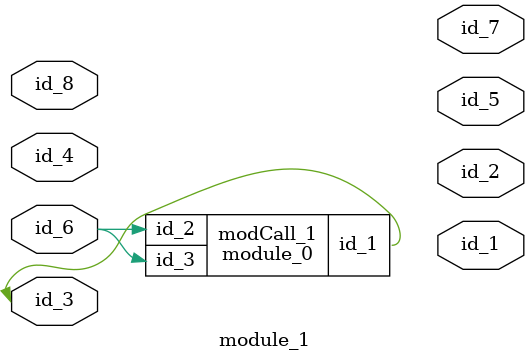
<source format=v>
module module_0 (
    id_1,
    id_2,
    id_3
);
  input wire id_3;
  input wire id_2;
  output wire id_1;
  assign id_1 = id_2 ? id_2 : id_2;
endmodule
module module_1 (
    id_1,
    id_2,
    id_3,
    id_4,
    id_5,
    id_6,
    id_7,
    id_8
);
  input wire id_8;
  output wire id_7;
  inout wire id_6;
  output wire id_5;
  input wire id_4;
  module_0 modCall_1 (
      id_3,
      id_6,
      id_6
  );
  inout wire id_3;
  output wire id_2;
  output wire id_1;
  wire id_9;
  ;
endmodule

</source>
